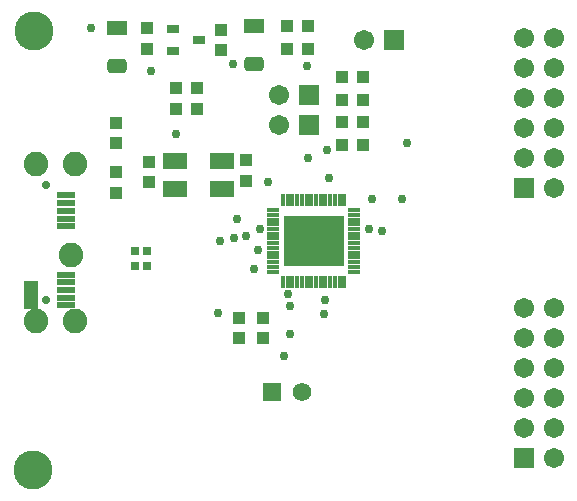
<source format=gbr>
%TF.GenerationSoftware,Altium Limited,Altium Designer,19.1.7 (138)*%
G04 Layer_Color=8388736*
%FSLAX45Y45*%
%MOMM*%
%TF.FileFunction,Soldermask,Top*%
%TF.Part,Single*%
G01*
G75*
%TA.AperFunction,SMDPad,CuDef*%
%ADD36R,1.00320X1.00320*%
%ADD37R,1.00320X1.00320*%
%TA.AperFunction,ComponentPad*%
%ADD38C,1.57320*%
%ADD39R,1.57320X1.57320*%
%ADD40C,1.70320*%
%ADD41R,1.70320X1.70320*%
%TA.AperFunction,WasherPad*%
%ADD42C,3.30320*%
%TA.AperFunction,ComponentPad*%
%ADD43C,2.07820*%
%ADD44C,0.70320*%
%TA.AperFunction,ViaPad*%
%ADD45C,0.76200*%
%TA.AperFunction,ConnectorPad*%
%ADD51R,1.55320X0.60320*%
%ADD52R,1.18320X2.38320*%
%TA.AperFunction,SMDPad,CuDef*%
%ADD53R,5.05320X4.25320*%
%ADD54R,1.05320X0.40320*%
%ADD55R,0.40320X1.05320*%
%ADD56R,1.70320X1.20320*%
G04:AMPARAMS|DCode=57|XSize=1.2032mm|YSize=1.7032mm|CornerRadius=0.3516mm|HoleSize=0mm|Usage=FLASHONLY|Rotation=90.000|XOffset=0mm|YOffset=0mm|HoleType=Round|Shape=RoundedRectangle|*
%AMROUNDEDRECTD57*
21,1,1.20320,1.00000,0,0,90.0*
21,1,0.50000,1.70320,0,0,90.0*
1,1,0.70320,0.50000,0.25000*
1,1,0.70320,0.50000,-0.25000*
1,1,0.70320,-0.50000,-0.25000*
1,1,0.70320,-0.50000,0.25000*
%
%ADD57ROUNDEDRECTD57*%
%ADD58R,1.05320X0.80320*%
%ADD59R,2.00320X1.40320*%
%ADD60R,0.70320X0.80320*%
D36*
X5181608Y7138796D02*
D03*
Y7313796D02*
D03*
X4292600Y6350000D02*
D03*
Y6525000D02*
D03*
X4559300Y7152900D02*
D03*
Y7327900D02*
D03*
X5397500Y6032500D02*
D03*
Y6207500D02*
D03*
X4572008Y6021196D02*
D03*
Y6196196D02*
D03*
X4292600Y5930900D02*
D03*
Y6105900D02*
D03*
X5333994Y4700405D02*
D03*
Y4875405D02*
D03*
X5537200Y4874000D02*
D03*
Y4699000D02*
D03*
D37*
X6386695Y6337294D02*
D03*
X6211695D02*
D03*
X6386695Y6527794D02*
D03*
X6211695D02*
D03*
X6385300Y6718300D02*
D03*
X6210300D02*
D03*
X6386695Y6908794D02*
D03*
X6211695D02*
D03*
X5916804Y7340608D02*
D03*
X5741804D02*
D03*
X5916795Y7150094D02*
D03*
X5741795D02*
D03*
X4978400Y6639468D02*
D03*
X4803400D02*
D03*
X4976995Y6819894D02*
D03*
X4801995D02*
D03*
D38*
X5867400Y4241800D02*
D03*
D39*
X5613400D02*
D03*
D40*
X6396000Y7225000D02*
D03*
X5677723Y6502325D02*
D03*
Y6756325D02*
D03*
X8001000Y3683000D02*
D03*
X7747000Y3937000D02*
D03*
Y4191000D02*
D03*
Y4445000D02*
D03*
Y4699000D02*
D03*
Y4953000D02*
D03*
X8001000Y3937000D02*
D03*
Y4191000D02*
D03*
Y4445000D02*
D03*
Y4699000D02*
D03*
Y4953000D02*
D03*
Y5969000D02*
D03*
X7747000Y6223000D02*
D03*
Y6477000D02*
D03*
Y6731000D02*
D03*
Y6985000D02*
D03*
Y7239000D02*
D03*
X8001000Y6223000D02*
D03*
Y6477000D02*
D03*
Y6731000D02*
D03*
Y6985000D02*
D03*
Y7239000D02*
D03*
D41*
X6650000Y7225000D02*
D03*
X5931723Y6502325D02*
D03*
Y6756325D02*
D03*
X7747000Y3683000D02*
D03*
Y5969000D02*
D03*
D42*
X3594861Y3588206D02*
D03*
X3600000Y7300000D02*
D03*
D43*
X3615500Y6176000D02*
D03*
Y4846000D02*
D03*
X3950500D02*
D03*
X3910500Y5401000D02*
D03*
X3950500Y6176000D02*
D03*
D44*
X3700500Y6001000D02*
D03*
Y5021000D02*
D03*
D45*
X6012180Y5603240D02*
D03*
X6139180Y5527040D02*
D03*
Y5603240D02*
D03*
X4800600Y6431280D02*
D03*
X4086860Y7327900D02*
D03*
X5720080Y4546600D02*
D03*
X5293360Y5547360D02*
D03*
X5285740Y7023100D02*
D03*
X6715760Y5878830D02*
D03*
X6433820Y5623560D02*
D03*
X6548120Y5610860D02*
D03*
X6461760Y5875020D02*
D03*
X6761480Y6352540D02*
D03*
X5582920Y6019800D02*
D03*
X5765800Y4737100D02*
D03*
X6057900Y4902200D02*
D03*
X5768340Y4970780D02*
D03*
X4594860Y6962140D02*
D03*
X5161280Y4909820D02*
D03*
X6067740Y5024861D02*
D03*
X5749000Y5070820D02*
D03*
X5397124Y5565140D02*
D03*
X5501640Y5450840D02*
D03*
X6078220Y6294120D02*
D03*
X6098540Y6052820D02*
D03*
X5920740Y6223000D02*
D03*
X5913120Y7005320D02*
D03*
X5513400Y5624500D02*
D03*
X5173980Y5519420D02*
D03*
X5321300Y5712460D02*
D03*
X5467794Y5288280D02*
D03*
D51*
X3873500Y5908500D02*
D03*
Y5843500D02*
D03*
Y5778500D02*
D03*
Y5713500D02*
D03*
Y5648500D02*
D03*
Y5238500D02*
D03*
Y5173500D02*
D03*
Y5108500D02*
D03*
Y5043500D02*
D03*
Y4978500D02*
D03*
D52*
X3576500Y5067000D02*
D03*
D53*
X5969000Y5524500D02*
D03*
D54*
X6314000Y5784500D02*
D03*
Y5744500D02*
D03*
Y5704500D02*
D03*
Y5664500D02*
D03*
Y5624500D02*
D03*
Y5584500D02*
D03*
Y5544500D02*
D03*
Y5504500D02*
D03*
Y5464500D02*
D03*
Y5424500D02*
D03*
Y5384500D02*
D03*
Y5344500D02*
D03*
Y5304500D02*
D03*
Y5264500D02*
D03*
X5624000D02*
D03*
Y5304500D02*
D03*
Y5344500D02*
D03*
Y5384500D02*
D03*
Y5424500D02*
D03*
Y5464500D02*
D03*
Y5504500D02*
D03*
Y5544500D02*
D03*
Y5584500D02*
D03*
Y5624500D02*
D03*
Y5664500D02*
D03*
Y5704500D02*
D03*
Y5744500D02*
D03*
Y5784500D02*
D03*
D55*
X6229000Y5179500D02*
D03*
X6189000D02*
D03*
X6149000D02*
D03*
X6109000D02*
D03*
X6069000D02*
D03*
X6029000D02*
D03*
X5989000D02*
D03*
X5949000D02*
D03*
X5909000D02*
D03*
X5869000D02*
D03*
X5829000D02*
D03*
X5789000D02*
D03*
X5749000D02*
D03*
X5709000D02*
D03*
Y5869500D02*
D03*
X5749000D02*
D03*
X5789000D02*
D03*
X5829000D02*
D03*
X5869000D02*
D03*
X5909000D02*
D03*
X5949000D02*
D03*
X5989000D02*
D03*
X6029000D02*
D03*
X6069000D02*
D03*
X6109000D02*
D03*
X6149000D02*
D03*
X6189000D02*
D03*
X6229000D02*
D03*
D56*
X5461000Y7340600D02*
D03*
X4305300Y7327900D02*
D03*
D57*
X5461000Y7019603D02*
D03*
X4305300Y7006903D02*
D03*
D58*
X4997000Y7226300D02*
D03*
X4782000Y7131300D02*
D03*
Y7321300D02*
D03*
D59*
X5191100Y5963300D02*
D03*
X4791100D02*
D03*
Y6203300D02*
D03*
X5191100D02*
D03*
D60*
X4456007Y5315581D02*
D03*
X4561003D02*
D03*
X4456007Y5435606D02*
D03*
X4561003D02*
D03*
%TF.MD5,0ae6b5cbdba3060471ac241b0f0d1693*%
M02*

</source>
